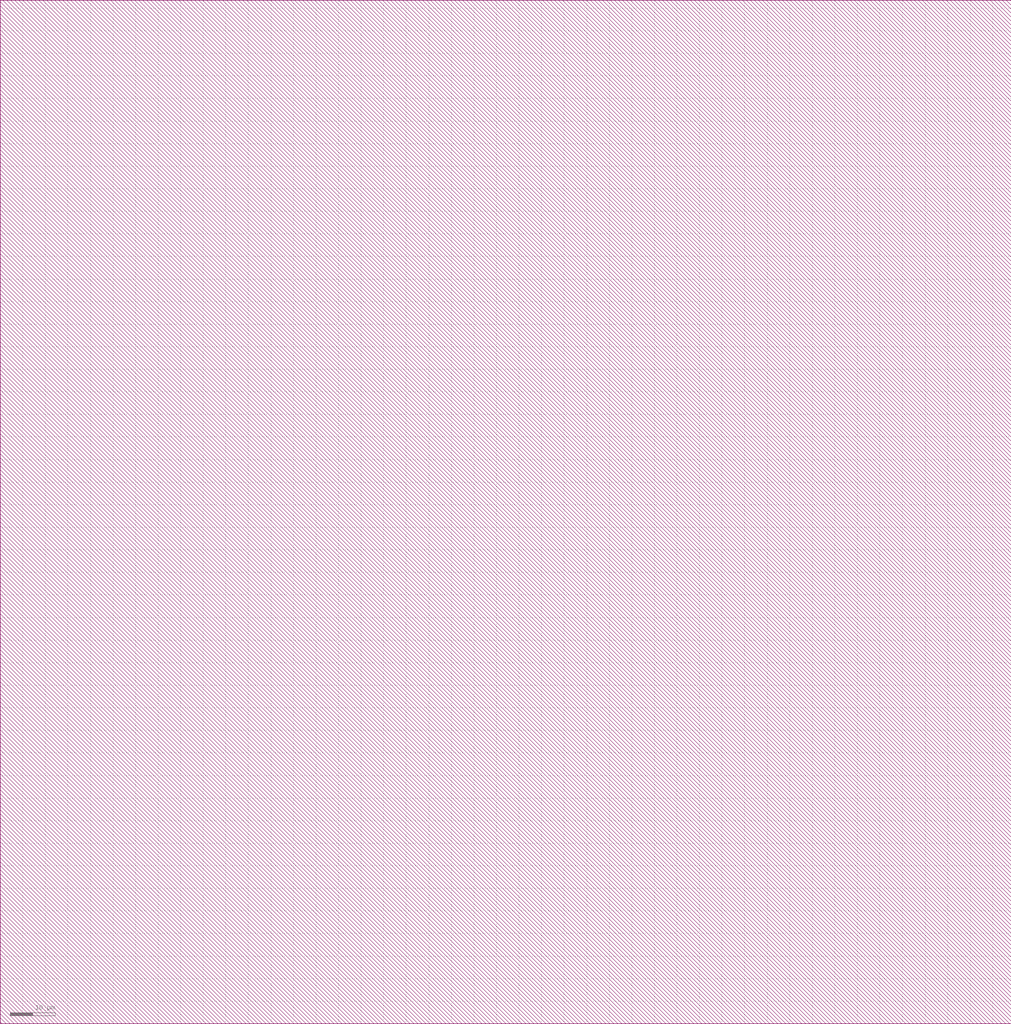
<source format=lef>
VERSION 5.6 ;

BUSBITCHARS "[]" ;

DIVIDERCHAR "/" ;

UNITS
    DATABASE MICRONS 1000 ;
END UNITS

MANUFACTURINGGRID 0.005000 ; 

CLEARANCEMEASURE EUCLIDEAN ; 

USEMINSPACING OBS ON ; 

SITE CoreSite
    CLASS CORE ;
    SIZE 0.540000 BY 0.900000 ;
END CoreSite

LAYER m1
   TYPE ROUTING ;
   DIRECTION VERTICAL ;
   MINWIDTH 0.270000 ;
   WIDTH 0.270000 ;
   SPACINGTABLE
      PARALLELRUNLENGTH 0.0
      WIDTH 0.0 0.270000 ;
   PITCH 0.540000 0.540000 ;
END m1

LAYER v1
    TYPE CUT ;
    SPACING 0.270000 ;
    WIDTH 0.270000 ;
    ENCLOSURE ABOVE 0.090000 0.090000 ;
    ENCLOSURE BELOW 0.090000 0.090000 ;
END v1

LAYER m2
   TYPE ROUTING ;
   DIRECTION HORIZONTAL ;
   MINWIDTH 0.450000 ;
   WIDTH 0.450000 ;
   SPACINGTABLE
      PARALLELRUNLENGTH 0.0
      WIDTH 0.0 0.450000 ;
   PITCH 0.900000 0.900000 ;
END m2

LAYER v2
    TYPE CUT ;
    SPACING 0.270000 ;
    WIDTH 0.270000 ;
    ENCLOSURE ABOVE 0.090000 0.090000 ;
    ENCLOSURE BELOW 0.090000 0.090000 ;
END v2

LAYER m3
   TYPE ROUTING ;
   DIRECTION VERTICAL ;
   MINWIDTH 0.450000 ;
   WIDTH 0.450000 ;
   SPACINGTABLE
      PARALLELRUNLENGTH 0.0
      WIDTH 0.0 0.450000 ;
   PITCH 0.900000 0.900000 ;
END m3

LAYER v3
    TYPE CUT ;
    SPACING 0.270000 ;
    WIDTH 0.270000 ;
    ENCLOSURE ABOVE 0.090000 0.090000 ;
    ENCLOSURE BELOW 0.090000 0.090000 ;
END v3

LAYER m4
   TYPE ROUTING ;
   DIRECTION HORIZONTAL ;
   MINWIDTH 0.450000 ;
   WIDTH 0.450000 ;
   SPACINGTABLE
      PARALLELRUNLENGTH 0.0
      WIDTH 0.0 0.450000 ;
   PITCH 0.900000 0.900000 ;
END m4

LAYER v4
    TYPE CUT ;
    SPACING 0.270000 ;
    WIDTH 0.270000 ;
    ENCLOSURE ABOVE 0.090000 0.090000 ;
    ENCLOSURE BELOW 0.090000 0.090000 ;
END v4

LAYER m5
   TYPE ROUTING ;
   DIRECTION VERTICAL ;
   MINWIDTH 0.450000 ;
   WIDTH 0.450000 ;
   SPACINGTABLE
      PARALLELRUNLENGTH 0.0
      WIDTH 0.0 0.450000 ;
   PITCH 0.900000 0.900000 ;
END m5

LAYER v5
    TYPE CUT ;
    SPACING 0.270000 ;
    WIDTH 0.270000 ;
    ENCLOSURE ABOVE 0.090000 0.090000 ;
    ENCLOSURE BELOW 0.090000 0.090000 ;
END v5

LAYER m6
   TYPE ROUTING ;
   DIRECTION HORIZONTAL ;
   MINWIDTH 0.450000 ;
   WIDTH 0.450000 ;
   SPACINGTABLE
      PARALLELRUNLENGTH 0.0
      WIDTH 0.0 0.450000 ;
   PITCH 0.900000 0.900000 ;
END m6

LAYER OVERLAP
   TYPE OVERLAP ;
END OVERLAP

VIA v1_C DEFAULT
   LAYER m1 ;
     RECT -0.225000 -0.225000 0.225000 0.225000 ;
   LAYER v1 ;
     RECT -0.135000 -0.135000 0.135000 0.135000 ;
   LAYER m2 ;
     RECT -0.225000 -0.225000 0.225000 0.225000 ;
END v1_C

VIA v1_Ch
   LAYER m1 ;
     RECT -0.225000 -0.225000 0.225000 0.225000 ;
   LAYER v1 ;
     RECT -0.135000 -0.135000 0.135000 0.135000 ;
   LAYER m2 ;
     RECT -0.225000 -0.225000 0.225000 0.225000 ;
END v1_Ch

VIA v1_Cv
   LAYER m1 ;
     RECT -0.225000 -0.225000 0.225000 0.225000 ;
   LAYER v1 ;
     RECT -0.135000 -0.135000 0.135000 0.135000 ;
   LAYER m2 ;
     RECT -0.225000 -0.225000 0.225000 0.225000 ;
END v1_Cv

VIA v2_C DEFAULT
   LAYER m2 ;
     RECT -0.225000 -0.225000 0.225000 0.225000 ;
   LAYER v2 ;
     RECT -0.135000 -0.135000 0.135000 0.135000 ;
   LAYER m3 ;
     RECT -0.225000 -0.225000 0.225000 0.225000 ;
END v2_C

VIA v2_Ch
   LAYER m2 ;
     RECT -0.225000 -0.225000 0.225000 0.225000 ;
   LAYER v2 ;
     RECT -0.135000 -0.135000 0.135000 0.135000 ;
   LAYER m3 ;
     RECT -0.225000 -0.225000 0.225000 0.225000 ;
END v2_Ch

VIA v2_Cv
   LAYER m2 ;
     RECT -0.225000 -0.225000 0.225000 0.225000 ;
   LAYER v2 ;
     RECT -0.135000 -0.135000 0.135000 0.135000 ;
   LAYER m3 ;
     RECT -0.225000 -0.225000 0.225000 0.225000 ;
END v2_Cv

VIA v3_C DEFAULT
   LAYER m3 ;
     RECT -0.225000 -0.225000 0.225000 0.225000 ;
   LAYER v3 ;
     RECT -0.135000 -0.135000 0.135000 0.135000 ;
   LAYER m4 ;
     RECT -0.225000 -0.225000 0.225000 0.225000 ;
END v3_C

VIA v3_Ch
   LAYER m3 ;
     RECT -0.225000 -0.225000 0.225000 0.225000 ;
   LAYER v3 ;
     RECT -0.135000 -0.135000 0.135000 0.135000 ;
   LAYER m4 ;
     RECT -0.225000 -0.225000 0.225000 0.225000 ;
END v3_Ch

VIA v3_Cv
   LAYER m3 ;
     RECT -0.225000 -0.225000 0.225000 0.225000 ;
   LAYER v3 ;
     RECT -0.135000 -0.135000 0.135000 0.135000 ;
   LAYER m4 ;
     RECT -0.225000 -0.225000 0.225000 0.225000 ;
END v3_Cv

VIA v4_C DEFAULT
   LAYER m4 ;
     RECT -0.225000 -0.225000 0.225000 0.225000 ;
   LAYER v4 ;
     RECT -0.135000 -0.135000 0.135000 0.135000 ;
   LAYER m5 ;
     RECT -0.225000 -0.225000 0.225000 0.225000 ;
END v4_C

VIA v4_Ch
   LAYER m4 ;
     RECT -0.225000 -0.225000 0.225000 0.225000 ;
   LAYER v4 ;
     RECT -0.135000 -0.135000 0.135000 0.135000 ;
   LAYER m5 ;
     RECT -0.225000 -0.225000 0.225000 0.225000 ;
END v4_Ch

VIA v4_Cv
   LAYER m4 ;
     RECT -0.225000 -0.225000 0.225000 0.225000 ;
   LAYER v4 ;
     RECT -0.135000 -0.135000 0.135000 0.135000 ;
   LAYER m5 ;
     RECT -0.225000 -0.225000 0.225000 0.225000 ;
END v4_Cv

VIA v5_C DEFAULT
   LAYER m5 ;
     RECT -0.225000 -0.225000 0.225000 0.225000 ;
   LAYER v5 ;
     RECT -0.135000 -0.135000 0.135000 0.135000 ;
   LAYER m6 ;
     RECT -0.225000 -0.225000 0.225000 0.225000 ;
END v5_C

VIA v5_Ch
   LAYER m5 ;
     RECT -0.225000 -0.225000 0.225000 0.225000 ;
   LAYER v5 ;
     RECT -0.135000 -0.135000 0.135000 0.135000 ;
   LAYER m6 ;
     RECT -0.225000 -0.225000 0.225000 0.225000 ;
END v5_Ch

VIA v5_Cv
   LAYER m5 ;
     RECT -0.225000 -0.225000 0.225000 0.225000 ;
   LAYER v5 ;
     RECT -0.135000 -0.135000 0.135000 0.135000 ;
   LAYER m6 ;
     RECT -0.225000 -0.225000 0.225000 0.225000 ;
END v5_Cv

MACRO _0_0std_0_0cells_0_0OR2X1
    CLASS CORE ;
    FOREIGN _0_0std_0_0cells_0_0OR2X1 0.000000 0.000000 ;
    ORIGIN 0.000000 0.000000 ;
    SIZE 3.780000 BY 6.300000 ;
    SYMMETRY X Y ;
    SITE CoreSite ;
    PIN A
        DIRECTION INPUT ;
        USE SIGNAL ;
        PORT
        LAYER m1 ;
        RECT 1.620000 5.310000 2.250000 5.400000 ;
        RECT 1.620000 5.130000 1.710000 5.310000 ;
        RECT 1.620000 5.040000 1.980000 5.130000 ;
        RECT 1.710000 5.130000 1.890000 5.310000 ;
        RECT 1.890000 5.130000 2.250000 5.310000 ;
        RECT 1.980000 5.400000 2.250000 6.030000 ;
        END
        ANTENNAGATEAREA 0.324000 ;
    END A
    PIN B
        DIRECTION INPUT ;
        USE SIGNAL ;
        PORT
        LAYER m1 ;
        RECT 0.540000 5.400000 0.810000 6.030000 ;
        RECT 0.540000 5.310000 1.260000 5.400000 ;
        RECT 0.540000 5.130000 0.990000 5.310000 ;
        RECT 0.990000 5.130000 1.170000 5.310000 ;
        RECT 1.170000 5.130000 1.260000 5.310000 ;
        RECT 0.900000 5.040000 1.260000 5.130000 ;
        END
        ANTENNAGATEAREA 0.324000 ;
    END B
    PIN Y
        DIRECTION OUTPUT ;
        USE SIGNAL ;
        PORT
        LAYER m1 ;
        RECT 3.330000 0.630000 3.600000 1.620000 ;
        RECT 2.880000 1.620000 3.600000 1.710000 ;
        RECT 2.880000 3.690000 3.600000 3.780000 ;
        RECT 2.880000 3.510000 2.970000 3.690000 ;
        RECT 2.880000 3.420000 3.600000 3.510000 ;
        RECT 2.970000 3.510000 3.150000 3.690000 ;
        RECT 2.880000 1.890000 3.600000 1.980000 ;
        RECT 2.880000 1.710000 2.970000 1.890000 ;
        RECT 3.150000 3.510000 3.600000 3.690000 ;
        RECT 2.970000 1.710000 3.150000 1.890000 ;
        RECT 3.150000 1.710000 3.600000 1.890000 ;
        RECT 3.330000 1.980000 3.600000 3.420000 ;
        END
        ANTENNADIFFAREA 0.631800 ;
    END Y
    PIN Vdd
        DIRECTION INPUT ;
        USE POWER ;
        PORT
        LAYER m1 ;
        RECT 1.980000 4.680000 3.240000 4.770000 ;
        RECT 1.980000 4.500000 2.070000 4.680000 ;
        RECT 1.980000 4.410000 2.340000 4.500000 ;
        RECT 2.070000 4.500000 2.250000 4.680000 ;
        RECT 2.250000 4.500000 3.240000 4.680000 ;
        RECT 2.970000 4.770000 3.240000 6.030000 ;
        END
        ANTENNADIFFAREA 0.615600 ;
    END Vdd
    PIN GND
        DIRECTION INPUT ;
        USE GROUND ;
        PORT
        LAYER m1 ;
        RECT 0.540000 1.800000 0.900000 1.890000 ;
        RECT 0.540000 1.620000 0.630000 1.800000 ;
        RECT 0.540000 1.350000 0.900000 1.620000 ;
        RECT 0.540000 1.080000 2.340000 1.350000 ;
        RECT 0.540000 0.630000 0.810000 1.080000 ;
        RECT 0.630000 1.620000 0.810000 1.800000 ;
        RECT 0.810000 1.620000 0.900000 1.800000 ;
        RECT 2.070000 1.350000 2.340000 1.620000 ;
        RECT 2.070000 1.620000 2.430000 1.710000 ;
        RECT 2.070000 1.890000 2.430000 1.980000 ;
        RECT 2.070000 1.710000 2.160000 1.890000 ;
        RECT 2.160000 1.710000 2.340000 1.890000 ;
        RECT 2.340000 1.710000 2.430000 1.890000 ;
        END
        ANTENNADIFFAREA 0.486000 ;
    END GND
    OBS
        LAYER m1 ;
        RECT 0.630000 3.690000 0.990000 3.780000 ;
        RECT 0.630000 3.510000 0.720000 3.690000 ;
        RECT 0.630000 3.420000 0.990000 3.510000 ;
        RECT 0.720000 3.510000 0.900000 3.690000 ;
        RECT 0.720000 2.880000 0.990000 3.420000 ;
        RECT 0.720000 2.700000 2.610000 2.880000 ;
        RECT 0.720000 2.610000 2.880000 2.700000 ;
        RECT 1.350000 1.890000 1.710000 1.980000 ;
        RECT 0.900000 3.510000 0.990000 3.690000 ;
        RECT 2.610000 2.700000 2.790000 2.880000 ;
        RECT 1.440000 1.980000 1.710000 2.610000 ;
        RECT 2.790000 2.700000 2.880000 2.880000 ;
        RECT 1.350000 1.710000 1.440000 1.890000 ;
        RECT 1.350000 1.620000 1.710000 1.710000 ;
        RECT 1.440000 1.710000 1.620000 1.890000 ;
        RECT 1.620000 1.710000 1.710000 1.890000 ;
        RECT 2.520000 2.880000 2.880000 2.970000 ;
    END
END _0_0std_0_0cells_0_0OR2X1

MACRO welltap_svt
    CLASS CORE WELLTAP ;
    FOREIGN welltap_svt 0.000000 0.000000 ;
    ORIGIN 0.000000 0.000000 ;
    SIZE 1.620000 BY 2.700000 ;
    SYMMETRY X Y ;
    SITE CoreSite ;
    PIN Vdd
        DIRECTION INPUT ;
        USE POWER ;
        PORT
        LAYER m1 ;
        RECT 0.540000 1.530000 0.810000 1.710000 ;
        RECT 0.540000 1.350000 0.990000 1.530000 ;
        RECT 0.540000 1.170000 0.630000 1.350000 ;
        RECT 0.540000 1.080000 0.990000 1.170000 ;
        RECT 0.810000 1.170000 0.990000 1.350000 ;
        END
    END Vdd
    PIN GND
        DIRECTION INPUT ;
        USE GROUND ;
        PORT
        LAYER m1 ;
        RECT 0.540000 0.540000 0.990000 0.630000 ;
        RECT 0.540000 0.270000 0.630000 0.540000 ;
        RECT 0.540000 0.180000 0.990000 0.270000 ;
        RECT 0.900000 0.270000 0.990000 0.540000 ;
        END
    END GND
END welltap_svt

MACRO circuitppnp
   CLASS CORE ;
   FOREIGN circuitppnp 0.000000 0.000000 ;
   ORIGIN 0.000000 0.000000 ; 
   SIZE 224.100000 BY 226.800000 ; 
   SYMMETRY X Y ;
   SITE CoreSite ;
END circuitppnp

MACRO circuitwell
   CLASS CORE ;
   FOREIGN circuitwell 0.000000 0.000000 ;
   ORIGIN 0.000000 0.000000 ; 
   SIZE 224.100000 BY 226.800000 ; 
   SYMMETRY X Y ;
   SITE CoreSite ;
END circuitwell


</source>
